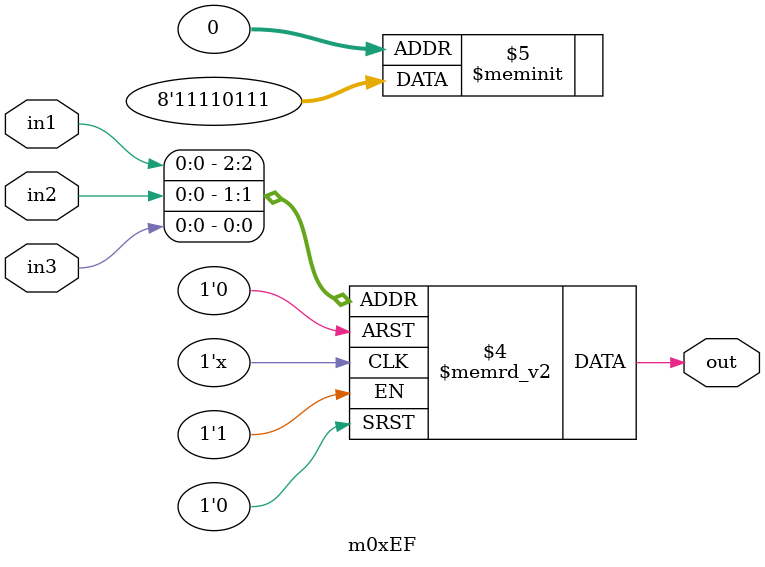
<source format=v>
module m0xEF(output out, input in1, in2, in3);

   always @(in1, in2, in3)
     begin
        case({in1, in2, in3})
          3'b000: {out} = 1'b1;
          3'b001: {out} = 1'b1;
          3'b010: {out} = 1'b1;
          3'b011: {out} = 1'b0;
          3'b100: {out} = 1'b1;
          3'b101: {out} = 1'b1;
          3'b110: {out} = 1'b1;
          3'b111: {out} = 1'b1;
        endcase // case ({in1, in2, in3})
     end // always @ (in1, in2, in3)

endmodule // m0xEF
</source>
